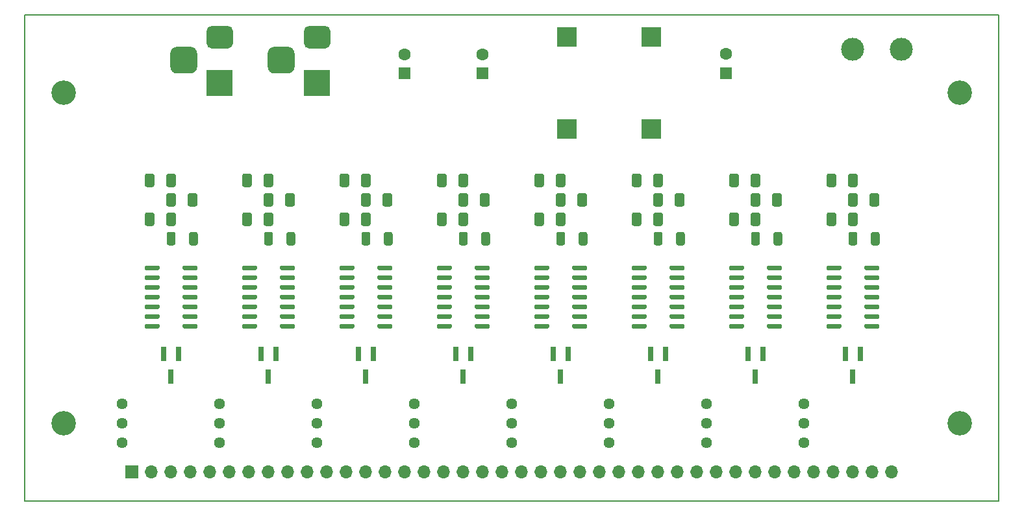
<source format=gbr>
G04 #@! TF.GenerationSoftware,KiCad,Pcbnew,5.1.8+dfsg1-1+b1*
G04 #@! TF.CreationDate,2021-07-07T16:36:25-05:00*
G04 #@! TF.ProjectId,potentiosynth,706f7465-6e74-4696-9f73-796e74682e6b,B*
G04 #@! TF.SameCoordinates,Original*
G04 #@! TF.FileFunction,Soldermask,Top*
G04 #@! TF.FilePolarity,Negative*
%FSLAX46Y46*%
G04 Gerber Fmt 4.6, Leading zero omitted, Abs format (unit mm)*
G04 Created by KiCad (PCBNEW 5.1.8+dfsg1-1+b1) date 2021-07-07 16:36:25*
%MOMM*%
%LPD*%
G01*
G04 APERTURE LIST*
G04 #@! TA.AperFunction,Profile*
%ADD10C,0.150000*%
G04 #@! TD*
%ADD11R,2.500000X2.500000*%
%ADD12C,1.440000*%
%ADD13R,0.800000X1.900000*%
%ADD14R,3.500000X3.500000*%
%ADD15C,3.200000*%
%ADD16O,1.700000X1.700000*%
%ADD17R,1.700000X1.700000*%
%ADD18C,3.000000*%
%ADD19C,1.600000*%
%ADD20R,1.600000X1.600000*%
G04 APERTURE END LIST*
D10*
X50800000Y-127000000D02*
X177800000Y-127000000D01*
X50800000Y-63500000D02*
X177800000Y-63500000D01*
X50800000Y-127000000D02*
X50800000Y-63500000D01*
X177800000Y-127000000D02*
X177800000Y-63500000D01*
G36*
G01*
X160250000Y-96670000D02*
X160250000Y-96370000D01*
G75*
G02*
X160400000Y-96220000I150000J0D01*
G01*
X162050000Y-96220000D01*
G75*
G02*
X162200000Y-96370000I0J-150000D01*
G01*
X162200000Y-96670000D01*
G75*
G02*
X162050000Y-96820000I-150000J0D01*
G01*
X160400000Y-96820000D01*
G75*
G02*
X160250000Y-96670000I0J150000D01*
G01*
G37*
G36*
G01*
X160250000Y-97940000D02*
X160250000Y-97640000D01*
G75*
G02*
X160400000Y-97490000I150000J0D01*
G01*
X162050000Y-97490000D01*
G75*
G02*
X162200000Y-97640000I0J-150000D01*
G01*
X162200000Y-97940000D01*
G75*
G02*
X162050000Y-98090000I-150000J0D01*
G01*
X160400000Y-98090000D01*
G75*
G02*
X160250000Y-97940000I0J150000D01*
G01*
G37*
G36*
G01*
X160250000Y-99210000D02*
X160250000Y-98910000D01*
G75*
G02*
X160400000Y-98760000I150000J0D01*
G01*
X162050000Y-98760000D01*
G75*
G02*
X162200000Y-98910000I0J-150000D01*
G01*
X162200000Y-99210000D01*
G75*
G02*
X162050000Y-99360000I-150000J0D01*
G01*
X160400000Y-99360000D01*
G75*
G02*
X160250000Y-99210000I0J150000D01*
G01*
G37*
G36*
G01*
X160250000Y-100480000D02*
X160250000Y-100180000D01*
G75*
G02*
X160400000Y-100030000I150000J0D01*
G01*
X162050000Y-100030000D01*
G75*
G02*
X162200000Y-100180000I0J-150000D01*
G01*
X162200000Y-100480000D01*
G75*
G02*
X162050000Y-100630000I-150000J0D01*
G01*
X160400000Y-100630000D01*
G75*
G02*
X160250000Y-100480000I0J150000D01*
G01*
G37*
G36*
G01*
X160250000Y-101750000D02*
X160250000Y-101450000D01*
G75*
G02*
X160400000Y-101300000I150000J0D01*
G01*
X162050000Y-101300000D01*
G75*
G02*
X162200000Y-101450000I0J-150000D01*
G01*
X162200000Y-101750000D01*
G75*
G02*
X162050000Y-101900000I-150000J0D01*
G01*
X160400000Y-101900000D01*
G75*
G02*
X160250000Y-101750000I0J150000D01*
G01*
G37*
G36*
G01*
X160250000Y-103020000D02*
X160250000Y-102720000D01*
G75*
G02*
X160400000Y-102570000I150000J0D01*
G01*
X162050000Y-102570000D01*
G75*
G02*
X162200000Y-102720000I0J-150000D01*
G01*
X162200000Y-103020000D01*
G75*
G02*
X162050000Y-103170000I-150000J0D01*
G01*
X160400000Y-103170000D01*
G75*
G02*
X160250000Y-103020000I0J150000D01*
G01*
G37*
G36*
G01*
X160250000Y-104290000D02*
X160250000Y-103990000D01*
G75*
G02*
X160400000Y-103840000I150000J0D01*
G01*
X162050000Y-103840000D01*
G75*
G02*
X162200000Y-103990000I0J-150000D01*
G01*
X162200000Y-104290000D01*
G75*
G02*
X162050000Y-104440000I-150000J0D01*
G01*
X160400000Y-104440000D01*
G75*
G02*
X160250000Y-104290000I0J150000D01*
G01*
G37*
G36*
G01*
X155300000Y-104290000D02*
X155300000Y-103990000D01*
G75*
G02*
X155450000Y-103840000I150000J0D01*
G01*
X157100000Y-103840000D01*
G75*
G02*
X157250000Y-103990000I0J-150000D01*
G01*
X157250000Y-104290000D01*
G75*
G02*
X157100000Y-104440000I-150000J0D01*
G01*
X155450000Y-104440000D01*
G75*
G02*
X155300000Y-104290000I0J150000D01*
G01*
G37*
G36*
G01*
X155300000Y-103020000D02*
X155300000Y-102720000D01*
G75*
G02*
X155450000Y-102570000I150000J0D01*
G01*
X157100000Y-102570000D01*
G75*
G02*
X157250000Y-102720000I0J-150000D01*
G01*
X157250000Y-103020000D01*
G75*
G02*
X157100000Y-103170000I-150000J0D01*
G01*
X155450000Y-103170000D01*
G75*
G02*
X155300000Y-103020000I0J150000D01*
G01*
G37*
G36*
G01*
X155300000Y-101750000D02*
X155300000Y-101450000D01*
G75*
G02*
X155450000Y-101300000I150000J0D01*
G01*
X157100000Y-101300000D01*
G75*
G02*
X157250000Y-101450000I0J-150000D01*
G01*
X157250000Y-101750000D01*
G75*
G02*
X157100000Y-101900000I-150000J0D01*
G01*
X155450000Y-101900000D01*
G75*
G02*
X155300000Y-101750000I0J150000D01*
G01*
G37*
G36*
G01*
X155300000Y-100480000D02*
X155300000Y-100180000D01*
G75*
G02*
X155450000Y-100030000I150000J0D01*
G01*
X157100000Y-100030000D01*
G75*
G02*
X157250000Y-100180000I0J-150000D01*
G01*
X157250000Y-100480000D01*
G75*
G02*
X157100000Y-100630000I-150000J0D01*
G01*
X155450000Y-100630000D01*
G75*
G02*
X155300000Y-100480000I0J150000D01*
G01*
G37*
G36*
G01*
X155300000Y-99210000D02*
X155300000Y-98910000D01*
G75*
G02*
X155450000Y-98760000I150000J0D01*
G01*
X157100000Y-98760000D01*
G75*
G02*
X157250000Y-98910000I0J-150000D01*
G01*
X157250000Y-99210000D01*
G75*
G02*
X157100000Y-99360000I-150000J0D01*
G01*
X155450000Y-99360000D01*
G75*
G02*
X155300000Y-99210000I0J150000D01*
G01*
G37*
G36*
G01*
X155300000Y-97940000D02*
X155300000Y-97640000D01*
G75*
G02*
X155450000Y-97490000I150000J0D01*
G01*
X157100000Y-97490000D01*
G75*
G02*
X157250000Y-97640000I0J-150000D01*
G01*
X157250000Y-97940000D01*
G75*
G02*
X157100000Y-98090000I-150000J0D01*
G01*
X155450000Y-98090000D01*
G75*
G02*
X155300000Y-97940000I0J150000D01*
G01*
G37*
G36*
G01*
X155300000Y-96670000D02*
X155300000Y-96370000D01*
G75*
G02*
X155450000Y-96220000I150000J0D01*
G01*
X157100000Y-96220000D01*
G75*
G02*
X157250000Y-96370000I0J-150000D01*
G01*
X157250000Y-96670000D01*
G75*
G02*
X157100000Y-96820000I-150000J0D01*
G01*
X155450000Y-96820000D01*
G75*
G02*
X155300000Y-96670000I0J150000D01*
G01*
G37*
G36*
G01*
X147550000Y-96670000D02*
X147550000Y-96370000D01*
G75*
G02*
X147700000Y-96220000I150000J0D01*
G01*
X149350000Y-96220000D01*
G75*
G02*
X149500000Y-96370000I0J-150000D01*
G01*
X149500000Y-96670000D01*
G75*
G02*
X149350000Y-96820000I-150000J0D01*
G01*
X147700000Y-96820000D01*
G75*
G02*
X147550000Y-96670000I0J150000D01*
G01*
G37*
G36*
G01*
X147550000Y-97940000D02*
X147550000Y-97640000D01*
G75*
G02*
X147700000Y-97490000I150000J0D01*
G01*
X149350000Y-97490000D01*
G75*
G02*
X149500000Y-97640000I0J-150000D01*
G01*
X149500000Y-97940000D01*
G75*
G02*
X149350000Y-98090000I-150000J0D01*
G01*
X147700000Y-98090000D01*
G75*
G02*
X147550000Y-97940000I0J150000D01*
G01*
G37*
G36*
G01*
X147550000Y-99210000D02*
X147550000Y-98910000D01*
G75*
G02*
X147700000Y-98760000I150000J0D01*
G01*
X149350000Y-98760000D01*
G75*
G02*
X149500000Y-98910000I0J-150000D01*
G01*
X149500000Y-99210000D01*
G75*
G02*
X149350000Y-99360000I-150000J0D01*
G01*
X147700000Y-99360000D01*
G75*
G02*
X147550000Y-99210000I0J150000D01*
G01*
G37*
G36*
G01*
X147550000Y-100480000D02*
X147550000Y-100180000D01*
G75*
G02*
X147700000Y-100030000I150000J0D01*
G01*
X149350000Y-100030000D01*
G75*
G02*
X149500000Y-100180000I0J-150000D01*
G01*
X149500000Y-100480000D01*
G75*
G02*
X149350000Y-100630000I-150000J0D01*
G01*
X147700000Y-100630000D01*
G75*
G02*
X147550000Y-100480000I0J150000D01*
G01*
G37*
G36*
G01*
X147550000Y-101750000D02*
X147550000Y-101450000D01*
G75*
G02*
X147700000Y-101300000I150000J0D01*
G01*
X149350000Y-101300000D01*
G75*
G02*
X149500000Y-101450000I0J-150000D01*
G01*
X149500000Y-101750000D01*
G75*
G02*
X149350000Y-101900000I-150000J0D01*
G01*
X147700000Y-101900000D01*
G75*
G02*
X147550000Y-101750000I0J150000D01*
G01*
G37*
G36*
G01*
X147550000Y-103020000D02*
X147550000Y-102720000D01*
G75*
G02*
X147700000Y-102570000I150000J0D01*
G01*
X149350000Y-102570000D01*
G75*
G02*
X149500000Y-102720000I0J-150000D01*
G01*
X149500000Y-103020000D01*
G75*
G02*
X149350000Y-103170000I-150000J0D01*
G01*
X147700000Y-103170000D01*
G75*
G02*
X147550000Y-103020000I0J150000D01*
G01*
G37*
G36*
G01*
X147550000Y-104290000D02*
X147550000Y-103990000D01*
G75*
G02*
X147700000Y-103840000I150000J0D01*
G01*
X149350000Y-103840000D01*
G75*
G02*
X149500000Y-103990000I0J-150000D01*
G01*
X149500000Y-104290000D01*
G75*
G02*
X149350000Y-104440000I-150000J0D01*
G01*
X147700000Y-104440000D01*
G75*
G02*
X147550000Y-104290000I0J150000D01*
G01*
G37*
G36*
G01*
X142600000Y-104290000D02*
X142600000Y-103990000D01*
G75*
G02*
X142750000Y-103840000I150000J0D01*
G01*
X144400000Y-103840000D01*
G75*
G02*
X144550000Y-103990000I0J-150000D01*
G01*
X144550000Y-104290000D01*
G75*
G02*
X144400000Y-104440000I-150000J0D01*
G01*
X142750000Y-104440000D01*
G75*
G02*
X142600000Y-104290000I0J150000D01*
G01*
G37*
G36*
G01*
X142600000Y-103020000D02*
X142600000Y-102720000D01*
G75*
G02*
X142750000Y-102570000I150000J0D01*
G01*
X144400000Y-102570000D01*
G75*
G02*
X144550000Y-102720000I0J-150000D01*
G01*
X144550000Y-103020000D01*
G75*
G02*
X144400000Y-103170000I-150000J0D01*
G01*
X142750000Y-103170000D01*
G75*
G02*
X142600000Y-103020000I0J150000D01*
G01*
G37*
G36*
G01*
X142600000Y-101750000D02*
X142600000Y-101450000D01*
G75*
G02*
X142750000Y-101300000I150000J0D01*
G01*
X144400000Y-101300000D01*
G75*
G02*
X144550000Y-101450000I0J-150000D01*
G01*
X144550000Y-101750000D01*
G75*
G02*
X144400000Y-101900000I-150000J0D01*
G01*
X142750000Y-101900000D01*
G75*
G02*
X142600000Y-101750000I0J150000D01*
G01*
G37*
G36*
G01*
X142600000Y-100480000D02*
X142600000Y-100180000D01*
G75*
G02*
X142750000Y-100030000I150000J0D01*
G01*
X144400000Y-100030000D01*
G75*
G02*
X144550000Y-100180000I0J-150000D01*
G01*
X144550000Y-100480000D01*
G75*
G02*
X144400000Y-100630000I-150000J0D01*
G01*
X142750000Y-100630000D01*
G75*
G02*
X142600000Y-100480000I0J150000D01*
G01*
G37*
G36*
G01*
X142600000Y-99210000D02*
X142600000Y-98910000D01*
G75*
G02*
X142750000Y-98760000I150000J0D01*
G01*
X144400000Y-98760000D01*
G75*
G02*
X144550000Y-98910000I0J-150000D01*
G01*
X144550000Y-99210000D01*
G75*
G02*
X144400000Y-99360000I-150000J0D01*
G01*
X142750000Y-99360000D01*
G75*
G02*
X142600000Y-99210000I0J150000D01*
G01*
G37*
G36*
G01*
X142600000Y-97940000D02*
X142600000Y-97640000D01*
G75*
G02*
X142750000Y-97490000I150000J0D01*
G01*
X144400000Y-97490000D01*
G75*
G02*
X144550000Y-97640000I0J-150000D01*
G01*
X144550000Y-97940000D01*
G75*
G02*
X144400000Y-98090000I-150000J0D01*
G01*
X142750000Y-98090000D01*
G75*
G02*
X142600000Y-97940000I0J150000D01*
G01*
G37*
G36*
G01*
X142600000Y-96670000D02*
X142600000Y-96370000D01*
G75*
G02*
X142750000Y-96220000I150000J0D01*
G01*
X144400000Y-96220000D01*
G75*
G02*
X144550000Y-96370000I0J-150000D01*
G01*
X144550000Y-96670000D01*
G75*
G02*
X144400000Y-96820000I-150000J0D01*
G01*
X142750000Y-96820000D01*
G75*
G02*
X142600000Y-96670000I0J150000D01*
G01*
G37*
G36*
G01*
X134850000Y-96670000D02*
X134850000Y-96370000D01*
G75*
G02*
X135000000Y-96220000I150000J0D01*
G01*
X136650000Y-96220000D01*
G75*
G02*
X136800000Y-96370000I0J-150000D01*
G01*
X136800000Y-96670000D01*
G75*
G02*
X136650000Y-96820000I-150000J0D01*
G01*
X135000000Y-96820000D01*
G75*
G02*
X134850000Y-96670000I0J150000D01*
G01*
G37*
G36*
G01*
X134850000Y-97940000D02*
X134850000Y-97640000D01*
G75*
G02*
X135000000Y-97490000I150000J0D01*
G01*
X136650000Y-97490000D01*
G75*
G02*
X136800000Y-97640000I0J-150000D01*
G01*
X136800000Y-97940000D01*
G75*
G02*
X136650000Y-98090000I-150000J0D01*
G01*
X135000000Y-98090000D01*
G75*
G02*
X134850000Y-97940000I0J150000D01*
G01*
G37*
G36*
G01*
X134850000Y-99210000D02*
X134850000Y-98910000D01*
G75*
G02*
X135000000Y-98760000I150000J0D01*
G01*
X136650000Y-98760000D01*
G75*
G02*
X136800000Y-98910000I0J-150000D01*
G01*
X136800000Y-99210000D01*
G75*
G02*
X136650000Y-99360000I-150000J0D01*
G01*
X135000000Y-99360000D01*
G75*
G02*
X134850000Y-99210000I0J150000D01*
G01*
G37*
G36*
G01*
X134850000Y-100480000D02*
X134850000Y-100180000D01*
G75*
G02*
X135000000Y-100030000I150000J0D01*
G01*
X136650000Y-100030000D01*
G75*
G02*
X136800000Y-100180000I0J-150000D01*
G01*
X136800000Y-100480000D01*
G75*
G02*
X136650000Y-100630000I-150000J0D01*
G01*
X135000000Y-100630000D01*
G75*
G02*
X134850000Y-100480000I0J150000D01*
G01*
G37*
G36*
G01*
X134850000Y-101750000D02*
X134850000Y-101450000D01*
G75*
G02*
X135000000Y-101300000I150000J0D01*
G01*
X136650000Y-101300000D01*
G75*
G02*
X136800000Y-101450000I0J-150000D01*
G01*
X136800000Y-101750000D01*
G75*
G02*
X136650000Y-101900000I-150000J0D01*
G01*
X135000000Y-101900000D01*
G75*
G02*
X134850000Y-101750000I0J150000D01*
G01*
G37*
G36*
G01*
X134850000Y-103020000D02*
X134850000Y-102720000D01*
G75*
G02*
X135000000Y-102570000I150000J0D01*
G01*
X136650000Y-102570000D01*
G75*
G02*
X136800000Y-102720000I0J-150000D01*
G01*
X136800000Y-103020000D01*
G75*
G02*
X136650000Y-103170000I-150000J0D01*
G01*
X135000000Y-103170000D01*
G75*
G02*
X134850000Y-103020000I0J150000D01*
G01*
G37*
G36*
G01*
X134850000Y-104290000D02*
X134850000Y-103990000D01*
G75*
G02*
X135000000Y-103840000I150000J0D01*
G01*
X136650000Y-103840000D01*
G75*
G02*
X136800000Y-103990000I0J-150000D01*
G01*
X136800000Y-104290000D01*
G75*
G02*
X136650000Y-104440000I-150000J0D01*
G01*
X135000000Y-104440000D01*
G75*
G02*
X134850000Y-104290000I0J150000D01*
G01*
G37*
G36*
G01*
X129900000Y-104290000D02*
X129900000Y-103990000D01*
G75*
G02*
X130050000Y-103840000I150000J0D01*
G01*
X131700000Y-103840000D01*
G75*
G02*
X131850000Y-103990000I0J-150000D01*
G01*
X131850000Y-104290000D01*
G75*
G02*
X131700000Y-104440000I-150000J0D01*
G01*
X130050000Y-104440000D01*
G75*
G02*
X129900000Y-104290000I0J150000D01*
G01*
G37*
G36*
G01*
X129900000Y-103020000D02*
X129900000Y-102720000D01*
G75*
G02*
X130050000Y-102570000I150000J0D01*
G01*
X131700000Y-102570000D01*
G75*
G02*
X131850000Y-102720000I0J-150000D01*
G01*
X131850000Y-103020000D01*
G75*
G02*
X131700000Y-103170000I-150000J0D01*
G01*
X130050000Y-103170000D01*
G75*
G02*
X129900000Y-103020000I0J150000D01*
G01*
G37*
G36*
G01*
X129900000Y-101750000D02*
X129900000Y-101450000D01*
G75*
G02*
X130050000Y-101300000I150000J0D01*
G01*
X131700000Y-101300000D01*
G75*
G02*
X131850000Y-101450000I0J-150000D01*
G01*
X131850000Y-101750000D01*
G75*
G02*
X131700000Y-101900000I-150000J0D01*
G01*
X130050000Y-101900000D01*
G75*
G02*
X129900000Y-101750000I0J150000D01*
G01*
G37*
G36*
G01*
X129900000Y-100480000D02*
X129900000Y-100180000D01*
G75*
G02*
X130050000Y-100030000I150000J0D01*
G01*
X131700000Y-100030000D01*
G75*
G02*
X131850000Y-100180000I0J-150000D01*
G01*
X131850000Y-100480000D01*
G75*
G02*
X131700000Y-100630000I-150000J0D01*
G01*
X130050000Y-100630000D01*
G75*
G02*
X129900000Y-100480000I0J150000D01*
G01*
G37*
G36*
G01*
X129900000Y-99210000D02*
X129900000Y-98910000D01*
G75*
G02*
X130050000Y-98760000I150000J0D01*
G01*
X131700000Y-98760000D01*
G75*
G02*
X131850000Y-98910000I0J-150000D01*
G01*
X131850000Y-99210000D01*
G75*
G02*
X131700000Y-99360000I-150000J0D01*
G01*
X130050000Y-99360000D01*
G75*
G02*
X129900000Y-99210000I0J150000D01*
G01*
G37*
G36*
G01*
X129900000Y-97940000D02*
X129900000Y-97640000D01*
G75*
G02*
X130050000Y-97490000I150000J0D01*
G01*
X131700000Y-97490000D01*
G75*
G02*
X131850000Y-97640000I0J-150000D01*
G01*
X131850000Y-97940000D01*
G75*
G02*
X131700000Y-98090000I-150000J0D01*
G01*
X130050000Y-98090000D01*
G75*
G02*
X129900000Y-97940000I0J150000D01*
G01*
G37*
G36*
G01*
X129900000Y-96670000D02*
X129900000Y-96370000D01*
G75*
G02*
X130050000Y-96220000I150000J0D01*
G01*
X131700000Y-96220000D01*
G75*
G02*
X131850000Y-96370000I0J-150000D01*
G01*
X131850000Y-96670000D01*
G75*
G02*
X131700000Y-96820000I-150000J0D01*
G01*
X130050000Y-96820000D01*
G75*
G02*
X129900000Y-96670000I0J150000D01*
G01*
G37*
G36*
G01*
X122150000Y-96670000D02*
X122150000Y-96370000D01*
G75*
G02*
X122300000Y-96220000I150000J0D01*
G01*
X123950000Y-96220000D01*
G75*
G02*
X124100000Y-96370000I0J-150000D01*
G01*
X124100000Y-96670000D01*
G75*
G02*
X123950000Y-96820000I-150000J0D01*
G01*
X122300000Y-96820000D01*
G75*
G02*
X122150000Y-96670000I0J150000D01*
G01*
G37*
G36*
G01*
X122150000Y-97940000D02*
X122150000Y-97640000D01*
G75*
G02*
X122300000Y-97490000I150000J0D01*
G01*
X123950000Y-97490000D01*
G75*
G02*
X124100000Y-97640000I0J-150000D01*
G01*
X124100000Y-97940000D01*
G75*
G02*
X123950000Y-98090000I-150000J0D01*
G01*
X122300000Y-98090000D01*
G75*
G02*
X122150000Y-97940000I0J150000D01*
G01*
G37*
G36*
G01*
X122150000Y-99210000D02*
X122150000Y-98910000D01*
G75*
G02*
X122300000Y-98760000I150000J0D01*
G01*
X123950000Y-98760000D01*
G75*
G02*
X124100000Y-98910000I0J-150000D01*
G01*
X124100000Y-99210000D01*
G75*
G02*
X123950000Y-99360000I-150000J0D01*
G01*
X122300000Y-99360000D01*
G75*
G02*
X122150000Y-99210000I0J150000D01*
G01*
G37*
G36*
G01*
X122150000Y-100480000D02*
X122150000Y-100180000D01*
G75*
G02*
X122300000Y-100030000I150000J0D01*
G01*
X123950000Y-100030000D01*
G75*
G02*
X124100000Y-100180000I0J-150000D01*
G01*
X124100000Y-100480000D01*
G75*
G02*
X123950000Y-100630000I-150000J0D01*
G01*
X122300000Y-100630000D01*
G75*
G02*
X122150000Y-100480000I0J150000D01*
G01*
G37*
G36*
G01*
X122150000Y-101750000D02*
X122150000Y-101450000D01*
G75*
G02*
X122300000Y-101300000I150000J0D01*
G01*
X123950000Y-101300000D01*
G75*
G02*
X124100000Y-101450000I0J-150000D01*
G01*
X124100000Y-101750000D01*
G75*
G02*
X123950000Y-101900000I-150000J0D01*
G01*
X122300000Y-101900000D01*
G75*
G02*
X122150000Y-101750000I0J150000D01*
G01*
G37*
G36*
G01*
X122150000Y-103020000D02*
X122150000Y-102720000D01*
G75*
G02*
X122300000Y-102570000I150000J0D01*
G01*
X123950000Y-102570000D01*
G75*
G02*
X124100000Y-102720000I0J-150000D01*
G01*
X124100000Y-103020000D01*
G75*
G02*
X123950000Y-103170000I-150000J0D01*
G01*
X122300000Y-103170000D01*
G75*
G02*
X122150000Y-103020000I0J150000D01*
G01*
G37*
G36*
G01*
X122150000Y-104290000D02*
X122150000Y-103990000D01*
G75*
G02*
X122300000Y-103840000I150000J0D01*
G01*
X123950000Y-103840000D01*
G75*
G02*
X124100000Y-103990000I0J-150000D01*
G01*
X124100000Y-104290000D01*
G75*
G02*
X123950000Y-104440000I-150000J0D01*
G01*
X122300000Y-104440000D01*
G75*
G02*
X122150000Y-104290000I0J150000D01*
G01*
G37*
G36*
G01*
X117200000Y-104290000D02*
X117200000Y-103990000D01*
G75*
G02*
X117350000Y-103840000I150000J0D01*
G01*
X119000000Y-103840000D01*
G75*
G02*
X119150000Y-103990000I0J-150000D01*
G01*
X119150000Y-104290000D01*
G75*
G02*
X119000000Y-104440000I-150000J0D01*
G01*
X117350000Y-104440000D01*
G75*
G02*
X117200000Y-104290000I0J150000D01*
G01*
G37*
G36*
G01*
X117200000Y-103020000D02*
X117200000Y-102720000D01*
G75*
G02*
X117350000Y-102570000I150000J0D01*
G01*
X119000000Y-102570000D01*
G75*
G02*
X119150000Y-102720000I0J-150000D01*
G01*
X119150000Y-103020000D01*
G75*
G02*
X119000000Y-103170000I-150000J0D01*
G01*
X117350000Y-103170000D01*
G75*
G02*
X117200000Y-103020000I0J150000D01*
G01*
G37*
G36*
G01*
X117200000Y-101750000D02*
X117200000Y-101450000D01*
G75*
G02*
X117350000Y-101300000I150000J0D01*
G01*
X119000000Y-101300000D01*
G75*
G02*
X119150000Y-101450000I0J-150000D01*
G01*
X119150000Y-101750000D01*
G75*
G02*
X119000000Y-101900000I-150000J0D01*
G01*
X117350000Y-101900000D01*
G75*
G02*
X117200000Y-101750000I0J150000D01*
G01*
G37*
G36*
G01*
X117200000Y-100480000D02*
X117200000Y-100180000D01*
G75*
G02*
X117350000Y-100030000I150000J0D01*
G01*
X119000000Y-100030000D01*
G75*
G02*
X119150000Y-100180000I0J-150000D01*
G01*
X119150000Y-100480000D01*
G75*
G02*
X119000000Y-100630000I-150000J0D01*
G01*
X117350000Y-100630000D01*
G75*
G02*
X117200000Y-100480000I0J150000D01*
G01*
G37*
G36*
G01*
X117200000Y-99210000D02*
X117200000Y-98910000D01*
G75*
G02*
X117350000Y-98760000I150000J0D01*
G01*
X119000000Y-98760000D01*
G75*
G02*
X119150000Y-98910000I0J-150000D01*
G01*
X119150000Y-99210000D01*
G75*
G02*
X119000000Y-99360000I-150000J0D01*
G01*
X117350000Y-99360000D01*
G75*
G02*
X117200000Y-99210000I0J150000D01*
G01*
G37*
G36*
G01*
X117200000Y-97940000D02*
X117200000Y-97640000D01*
G75*
G02*
X117350000Y-97490000I150000J0D01*
G01*
X119000000Y-97490000D01*
G75*
G02*
X119150000Y-97640000I0J-150000D01*
G01*
X119150000Y-97940000D01*
G75*
G02*
X119000000Y-98090000I-150000J0D01*
G01*
X117350000Y-98090000D01*
G75*
G02*
X117200000Y-97940000I0J150000D01*
G01*
G37*
G36*
G01*
X117200000Y-96670000D02*
X117200000Y-96370000D01*
G75*
G02*
X117350000Y-96220000I150000J0D01*
G01*
X119000000Y-96220000D01*
G75*
G02*
X119150000Y-96370000I0J-150000D01*
G01*
X119150000Y-96670000D01*
G75*
G02*
X119000000Y-96820000I-150000J0D01*
G01*
X117350000Y-96820000D01*
G75*
G02*
X117200000Y-96670000I0J150000D01*
G01*
G37*
G36*
G01*
X109450000Y-96670000D02*
X109450000Y-96370000D01*
G75*
G02*
X109600000Y-96220000I150000J0D01*
G01*
X111250000Y-96220000D01*
G75*
G02*
X111400000Y-96370000I0J-150000D01*
G01*
X111400000Y-96670000D01*
G75*
G02*
X111250000Y-96820000I-150000J0D01*
G01*
X109600000Y-96820000D01*
G75*
G02*
X109450000Y-96670000I0J150000D01*
G01*
G37*
G36*
G01*
X109450000Y-97940000D02*
X109450000Y-97640000D01*
G75*
G02*
X109600000Y-97490000I150000J0D01*
G01*
X111250000Y-97490000D01*
G75*
G02*
X111400000Y-97640000I0J-150000D01*
G01*
X111400000Y-97940000D01*
G75*
G02*
X111250000Y-98090000I-150000J0D01*
G01*
X109600000Y-98090000D01*
G75*
G02*
X109450000Y-97940000I0J150000D01*
G01*
G37*
G36*
G01*
X109450000Y-99210000D02*
X109450000Y-98910000D01*
G75*
G02*
X109600000Y-98760000I150000J0D01*
G01*
X111250000Y-98760000D01*
G75*
G02*
X111400000Y-98910000I0J-150000D01*
G01*
X111400000Y-99210000D01*
G75*
G02*
X111250000Y-99360000I-150000J0D01*
G01*
X109600000Y-99360000D01*
G75*
G02*
X109450000Y-99210000I0J150000D01*
G01*
G37*
G36*
G01*
X109450000Y-100480000D02*
X109450000Y-100180000D01*
G75*
G02*
X109600000Y-100030000I150000J0D01*
G01*
X111250000Y-100030000D01*
G75*
G02*
X111400000Y-100180000I0J-150000D01*
G01*
X111400000Y-100480000D01*
G75*
G02*
X111250000Y-100630000I-150000J0D01*
G01*
X109600000Y-100630000D01*
G75*
G02*
X109450000Y-100480000I0J150000D01*
G01*
G37*
G36*
G01*
X109450000Y-101750000D02*
X109450000Y-101450000D01*
G75*
G02*
X109600000Y-101300000I150000J0D01*
G01*
X111250000Y-101300000D01*
G75*
G02*
X111400000Y-101450000I0J-150000D01*
G01*
X111400000Y-101750000D01*
G75*
G02*
X111250000Y-101900000I-150000J0D01*
G01*
X109600000Y-101900000D01*
G75*
G02*
X109450000Y-101750000I0J150000D01*
G01*
G37*
G36*
G01*
X109450000Y-103020000D02*
X109450000Y-102720000D01*
G75*
G02*
X109600000Y-102570000I150000J0D01*
G01*
X111250000Y-102570000D01*
G75*
G02*
X111400000Y-102720000I0J-150000D01*
G01*
X111400000Y-103020000D01*
G75*
G02*
X111250000Y-103170000I-150000J0D01*
G01*
X109600000Y-103170000D01*
G75*
G02*
X109450000Y-103020000I0J150000D01*
G01*
G37*
G36*
G01*
X109450000Y-104290000D02*
X109450000Y-103990000D01*
G75*
G02*
X109600000Y-103840000I150000J0D01*
G01*
X111250000Y-103840000D01*
G75*
G02*
X111400000Y-103990000I0J-150000D01*
G01*
X111400000Y-104290000D01*
G75*
G02*
X111250000Y-104440000I-150000J0D01*
G01*
X109600000Y-104440000D01*
G75*
G02*
X109450000Y-104290000I0J150000D01*
G01*
G37*
G36*
G01*
X104500000Y-104290000D02*
X104500000Y-103990000D01*
G75*
G02*
X104650000Y-103840000I150000J0D01*
G01*
X106300000Y-103840000D01*
G75*
G02*
X106450000Y-103990000I0J-150000D01*
G01*
X106450000Y-104290000D01*
G75*
G02*
X106300000Y-104440000I-150000J0D01*
G01*
X104650000Y-104440000D01*
G75*
G02*
X104500000Y-104290000I0J150000D01*
G01*
G37*
G36*
G01*
X104500000Y-103020000D02*
X104500000Y-102720000D01*
G75*
G02*
X104650000Y-102570000I150000J0D01*
G01*
X106300000Y-102570000D01*
G75*
G02*
X106450000Y-102720000I0J-150000D01*
G01*
X106450000Y-103020000D01*
G75*
G02*
X106300000Y-103170000I-150000J0D01*
G01*
X104650000Y-103170000D01*
G75*
G02*
X104500000Y-103020000I0J150000D01*
G01*
G37*
G36*
G01*
X104500000Y-101750000D02*
X104500000Y-101450000D01*
G75*
G02*
X104650000Y-101300000I150000J0D01*
G01*
X106300000Y-101300000D01*
G75*
G02*
X106450000Y-101450000I0J-150000D01*
G01*
X106450000Y-101750000D01*
G75*
G02*
X106300000Y-101900000I-150000J0D01*
G01*
X104650000Y-101900000D01*
G75*
G02*
X104500000Y-101750000I0J150000D01*
G01*
G37*
G36*
G01*
X104500000Y-100480000D02*
X104500000Y-100180000D01*
G75*
G02*
X104650000Y-100030000I150000J0D01*
G01*
X106300000Y-100030000D01*
G75*
G02*
X106450000Y-100180000I0J-150000D01*
G01*
X106450000Y-100480000D01*
G75*
G02*
X106300000Y-100630000I-150000J0D01*
G01*
X104650000Y-100630000D01*
G75*
G02*
X104500000Y-100480000I0J150000D01*
G01*
G37*
G36*
G01*
X104500000Y-99210000D02*
X104500000Y-98910000D01*
G75*
G02*
X104650000Y-98760000I150000J0D01*
G01*
X106300000Y-98760000D01*
G75*
G02*
X106450000Y-98910000I0J-150000D01*
G01*
X106450000Y-99210000D01*
G75*
G02*
X106300000Y-99360000I-150000J0D01*
G01*
X104650000Y-99360000D01*
G75*
G02*
X104500000Y-99210000I0J150000D01*
G01*
G37*
G36*
G01*
X104500000Y-97940000D02*
X104500000Y-97640000D01*
G75*
G02*
X104650000Y-97490000I150000J0D01*
G01*
X106300000Y-97490000D01*
G75*
G02*
X106450000Y-97640000I0J-150000D01*
G01*
X106450000Y-97940000D01*
G75*
G02*
X106300000Y-98090000I-150000J0D01*
G01*
X104650000Y-98090000D01*
G75*
G02*
X104500000Y-97940000I0J150000D01*
G01*
G37*
G36*
G01*
X104500000Y-96670000D02*
X104500000Y-96370000D01*
G75*
G02*
X104650000Y-96220000I150000J0D01*
G01*
X106300000Y-96220000D01*
G75*
G02*
X106450000Y-96370000I0J-150000D01*
G01*
X106450000Y-96670000D01*
G75*
G02*
X106300000Y-96820000I-150000J0D01*
G01*
X104650000Y-96820000D01*
G75*
G02*
X104500000Y-96670000I0J150000D01*
G01*
G37*
G36*
G01*
X96750000Y-96670000D02*
X96750000Y-96370000D01*
G75*
G02*
X96900000Y-96220000I150000J0D01*
G01*
X98550000Y-96220000D01*
G75*
G02*
X98700000Y-96370000I0J-150000D01*
G01*
X98700000Y-96670000D01*
G75*
G02*
X98550000Y-96820000I-150000J0D01*
G01*
X96900000Y-96820000D01*
G75*
G02*
X96750000Y-96670000I0J150000D01*
G01*
G37*
G36*
G01*
X96750000Y-97940000D02*
X96750000Y-97640000D01*
G75*
G02*
X96900000Y-97490000I150000J0D01*
G01*
X98550000Y-97490000D01*
G75*
G02*
X98700000Y-97640000I0J-150000D01*
G01*
X98700000Y-97940000D01*
G75*
G02*
X98550000Y-98090000I-150000J0D01*
G01*
X96900000Y-98090000D01*
G75*
G02*
X96750000Y-97940000I0J150000D01*
G01*
G37*
G36*
G01*
X96750000Y-99210000D02*
X96750000Y-98910000D01*
G75*
G02*
X96900000Y-98760000I150000J0D01*
G01*
X98550000Y-98760000D01*
G75*
G02*
X98700000Y-98910000I0J-150000D01*
G01*
X98700000Y-99210000D01*
G75*
G02*
X98550000Y-99360000I-150000J0D01*
G01*
X96900000Y-99360000D01*
G75*
G02*
X96750000Y-99210000I0J150000D01*
G01*
G37*
G36*
G01*
X96750000Y-100480000D02*
X96750000Y-100180000D01*
G75*
G02*
X96900000Y-100030000I150000J0D01*
G01*
X98550000Y-100030000D01*
G75*
G02*
X98700000Y-100180000I0J-150000D01*
G01*
X98700000Y-100480000D01*
G75*
G02*
X98550000Y-100630000I-150000J0D01*
G01*
X96900000Y-100630000D01*
G75*
G02*
X96750000Y-100480000I0J150000D01*
G01*
G37*
G36*
G01*
X96750000Y-101750000D02*
X96750000Y-101450000D01*
G75*
G02*
X96900000Y-101300000I150000J0D01*
G01*
X98550000Y-101300000D01*
G75*
G02*
X98700000Y-101450000I0J-150000D01*
G01*
X98700000Y-101750000D01*
G75*
G02*
X98550000Y-101900000I-150000J0D01*
G01*
X96900000Y-101900000D01*
G75*
G02*
X96750000Y-101750000I0J150000D01*
G01*
G37*
G36*
G01*
X96750000Y-103020000D02*
X96750000Y-102720000D01*
G75*
G02*
X96900000Y-102570000I150000J0D01*
G01*
X98550000Y-102570000D01*
G75*
G02*
X98700000Y-102720000I0J-150000D01*
G01*
X98700000Y-103020000D01*
G75*
G02*
X98550000Y-103170000I-150000J0D01*
G01*
X96900000Y-103170000D01*
G75*
G02*
X96750000Y-103020000I0J150000D01*
G01*
G37*
G36*
G01*
X96750000Y-104290000D02*
X96750000Y-103990000D01*
G75*
G02*
X96900000Y-103840000I150000J0D01*
G01*
X98550000Y-103840000D01*
G75*
G02*
X98700000Y-103990000I0J-150000D01*
G01*
X98700000Y-104290000D01*
G75*
G02*
X98550000Y-104440000I-150000J0D01*
G01*
X96900000Y-104440000D01*
G75*
G02*
X96750000Y-104290000I0J150000D01*
G01*
G37*
G36*
G01*
X91800000Y-104290000D02*
X91800000Y-103990000D01*
G75*
G02*
X91950000Y-103840000I150000J0D01*
G01*
X93600000Y-103840000D01*
G75*
G02*
X93750000Y-103990000I0J-150000D01*
G01*
X93750000Y-104290000D01*
G75*
G02*
X93600000Y-104440000I-150000J0D01*
G01*
X91950000Y-104440000D01*
G75*
G02*
X91800000Y-104290000I0J150000D01*
G01*
G37*
G36*
G01*
X91800000Y-103020000D02*
X91800000Y-102720000D01*
G75*
G02*
X91950000Y-102570000I150000J0D01*
G01*
X93600000Y-102570000D01*
G75*
G02*
X93750000Y-102720000I0J-150000D01*
G01*
X93750000Y-103020000D01*
G75*
G02*
X93600000Y-103170000I-150000J0D01*
G01*
X91950000Y-103170000D01*
G75*
G02*
X91800000Y-103020000I0J150000D01*
G01*
G37*
G36*
G01*
X91800000Y-101750000D02*
X91800000Y-101450000D01*
G75*
G02*
X91950000Y-101300000I150000J0D01*
G01*
X93600000Y-101300000D01*
G75*
G02*
X93750000Y-101450000I0J-150000D01*
G01*
X93750000Y-101750000D01*
G75*
G02*
X93600000Y-101900000I-150000J0D01*
G01*
X91950000Y-101900000D01*
G75*
G02*
X91800000Y-101750000I0J150000D01*
G01*
G37*
G36*
G01*
X91800000Y-100480000D02*
X91800000Y-100180000D01*
G75*
G02*
X91950000Y-100030000I150000J0D01*
G01*
X93600000Y-100030000D01*
G75*
G02*
X93750000Y-100180000I0J-150000D01*
G01*
X93750000Y-100480000D01*
G75*
G02*
X93600000Y-100630000I-150000J0D01*
G01*
X91950000Y-100630000D01*
G75*
G02*
X91800000Y-100480000I0J150000D01*
G01*
G37*
G36*
G01*
X91800000Y-99210000D02*
X91800000Y-98910000D01*
G75*
G02*
X91950000Y-98760000I150000J0D01*
G01*
X93600000Y-98760000D01*
G75*
G02*
X93750000Y-98910000I0J-150000D01*
G01*
X93750000Y-99210000D01*
G75*
G02*
X93600000Y-99360000I-150000J0D01*
G01*
X91950000Y-99360000D01*
G75*
G02*
X91800000Y-99210000I0J150000D01*
G01*
G37*
G36*
G01*
X91800000Y-97940000D02*
X91800000Y-97640000D01*
G75*
G02*
X91950000Y-97490000I150000J0D01*
G01*
X93600000Y-97490000D01*
G75*
G02*
X93750000Y-97640000I0J-150000D01*
G01*
X93750000Y-97940000D01*
G75*
G02*
X93600000Y-98090000I-150000J0D01*
G01*
X91950000Y-98090000D01*
G75*
G02*
X91800000Y-97940000I0J150000D01*
G01*
G37*
G36*
G01*
X91800000Y-96670000D02*
X91800000Y-96370000D01*
G75*
G02*
X91950000Y-96220000I150000J0D01*
G01*
X93600000Y-96220000D01*
G75*
G02*
X93750000Y-96370000I0J-150000D01*
G01*
X93750000Y-96670000D01*
G75*
G02*
X93600000Y-96820000I-150000J0D01*
G01*
X91950000Y-96820000D01*
G75*
G02*
X91800000Y-96670000I0J150000D01*
G01*
G37*
G36*
G01*
X84050000Y-96670000D02*
X84050000Y-96370000D01*
G75*
G02*
X84200000Y-96220000I150000J0D01*
G01*
X85850000Y-96220000D01*
G75*
G02*
X86000000Y-96370000I0J-150000D01*
G01*
X86000000Y-96670000D01*
G75*
G02*
X85850000Y-96820000I-150000J0D01*
G01*
X84200000Y-96820000D01*
G75*
G02*
X84050000Y-96670000I0J150000D01*
G01*
G37*
G36*
G01*
X84050000Y-97940000D02*
X84050000Y-97640000D01*
G75*
G02*
X84200000Y-97490000I150000J0D01*
G01*
X85850000Y-97490000D01*
G75*
G02*
X86000000Y-97640000I0J-150000D01*
G01*
X86000000Y-97940000D01*
G75*
G02*
X85850000Y-98090000I-150000J0D01*
G01*
X84200000Y-98090000D01*
G75*
G02*
X84050000Y-97940000I0J150000D01*
G01*
G37*
G36*
G01*
X84050000Y-99210000D02*
X84050000Y-98910000D01*
G75*
G02*
X84200000Y-98760000I150000J0D01*
G01*
X85850000Y-98760000D01*
G75*
G02*
X86000000Y-98910000I0J-150000D01*
G01*
X86000000Y-99210000D01*
G75*
G02*
X85850000Y-99360000I-150000J0D01*
G01*
X84200000Y-99360000D01*
G75*
G02*
X84050000Y-99210000I0J150000D01*
G01*
G37*
G36*
G01*
X84050000Y-100480000D02*
X84050000Y-100180000D01*
G75*
G02*
X84200000Y-100030000I150000J0D01*
G01*
X85850000Y-100030000D01*
G75*
G02*
X86000000Y-100180000I0J-150000D01*
G01*
X86000000Y-100480000D01*
G75*
G02*
X85850000Y-100630000I-150000J0D01*
G01*
X84200000Y-100630000D01*
G75*
G02*
X84050000Y-100480000I0J150000D01*
G01*
G37*
G36*
G01*
X84050000Y-101750000D02*
X84050000Y-101450000D01*
G75*
G02*
X84200000Y-101300000I150000J0D01*
G01*
X85850000Y-101300000D01*
G75*
G02*
X86000000Y-101450000I0J-150000D01*
G01*
X86000000Y-101750000D01*
G75*
G02*
X85850000Y-101900000I-150000J0D01*
G01*
X84200000Y-101900000D01*
G75*
G02*
X84050000Y-101750000I0J150000D01*
G01*
G37*
G36*
G01*
X84050000Y-103020000D02*
X84050000Y-102720000D01*
G75*
G02*
X84200000Y-102570000I150000J0D01*
G01*
X85850000Y-102570000D01*
G75*
G02*
X86000000Y-102720000I0J-150000D01*
G01*
X86000000Y-103020000D01*
G75*
G02*
X85850000Y-103170000I-150000J0D01*
G01*
X84200000Y-103170000D01*
G75*
G02*
X84050000Y-103020000I0J150000D01*
G01*
G37*
G36*
G01*
X84050000Y-104290000D02*
X84050000Y-103990000D01*
G75*
G02*
X84200000Y-103840000I150000J0D01*
G01*
X85850000Y-103840000D01*
G75*
G02*
X86000000Y-103990000I0J-150000D01*
G01*
X86000000Y-104290000D01*
G75*
G02*
X85850000Y-104440000I-150000J0D01*
G01*
X84200000Y-104440000D01*
G75*
G02*
X84050000Y-104290000I0J150000D01*
G01*
G37*
G36*
G01*
X79100000Y-104290000D02*
X79100000Y-103990000D01*
G75*
G02*
X79250000Y-103840000I150000J0D01*
G01*
X80900000Y-103840000D01*
G75*
G02*
X81050000Y-103990000I0J-150000D01*
G01*
X81050000Y-104290000D01*
G75*
G02*
X80900000Y-104440000I-150000J0D01*
G01*
X79250000Y-104440000D01*
G75*
G02*
X79100000Y-104290000I0J150000D01*
G01*
G37*
G36*
G01*
X79100000Y-103020000D02*
X79100000Y-102720000D01*
G75*
G02*
X79250000Y-102570000I150000J0D01*
G01*
X80900000Y-102570000D01*
G75*
G02*
X81050000Y-102720000I0J-150000D01*
G01*
X81050000Y-103020000D01*
G75*
G02*
X80900000Y-103170000I-150000J0D01*
G01*
X79250000Y-103170000D01*
G75*
G02*
X79100000Y-103020000I0J150000D01*
G01*
G37*
G36*
G01*
X79100000Y-101750000D02*
X79100000Y-101450000D01*
G75*
G02*
X79250000Y-101300000I150000J0D01*
G01*
X80900000Y-101300000D01*
G75*
G02*
X81050000Y-101450000I0J-150000D01*
G01*
X81050000Y-101750000D01*
G75*
G02*
X80900000Y-101900000I-150000J0D01*
G01*
X79250000Y-101900000D01*
G75*
G02*
X79100000Y-101750000I0J150000D01*
G01*
G37*
G36*
G01*
X79100000Y-100480000D02*
X79100000Y-100180000D01*
G75*
G02*
X79250000Y-100030000I150000J0D01*
G01*
X80900000Y-100030000D01*
G75*
G02*
X81050000Y-100180000I0J-150000D01*
G01*
X81050000Y-100480000D01*
G75*
G02*
X80900000Y-100630000I-150000J0D01*
G01*
X79250000Y-100630000D01*
G75*
G02*
X79100000Y-100480000I0J150000D01*
G01*
G37*
G36*
G01*
X79100000Y-99210000D02*
X79100000Y-98910000D01*
G75*
G02*
X79250000Y-98760000I150000J0D01*
G01*
X80900000Y-98760000D01*
G75*
G02*
X81050000Y-98910000I0J-150000D01*
G01*
X81050000Y-99210000D01*
G75*
G02*
X80900000Y-99360000I-150000J0D01*
G01*
X79250000Y-99360000D01*
G75*
G02*
X79100000Y-99210000I0J150000D01*
G01*
G37*
G36*
G01*
X79100000Y-97940000D02*
X79100000Y-97640000D01*
G75*
G02*
X79250000Y-97490000I150000J0D01*
G01*
X80900000Y-97490000D01*
G75*
G02*
X81050000Y-97640000I0J-150000D01*
G01*
X81050000Y-97940000D01*
G75*
G02*
X80900000Y-98090000I-150000J0D01*
G01*
X79250000Y-98090000D01*
G75*
G02*
X79100000Y-97940000I0J150000D01*
G01*
G37*
G36*
G01*
X79100000Y-96670000D02*
X79100000Y-96370000D01*
G75*
G02*
X79250000Y-96220000I150000J0D01*
G01*
X80900000Y-96220000D01*
G75*
G02*
X81050000Y-96370000I0J-150000D01*
G01*
X81050000Y-96670000D01*
G75*
G02*
X80900000Y-96820000I-150000J0D01*
G01*
X79250000Y-96820000D01*
G75*
G02*
X79100000Y-96670000I0J150000D01*
G01*
G37*
G36*
G01*
X71350000Y-96670000D02*
X71350000Y-96370000D01*
G75*
G02*
X71500000Y-96220000I150000J0D01*
G01*
X73150000Y-96220000D01*
G75*
G02*
X73300000Y-96370000I0J-150000D01*
G01*
X73300000Y-96670000D01*
G75*
G02*
X73150000Y-96820000I-150000J0D01*
G01*
X71500000Y-96820000D01*
G75*
G02*
X71350000Y-96670000I0J150000D01*
G01*
G37*
G36*
G01*
X71350000Y-97940000D02*
X71350000Y-97640000D01*
G75*
G02*
X71500000Y-97490000I150000J0D01*
G01*
X73150000Y-97490000D01*
G75*
G02*
X73300000Y-97640000I0J-150000D01*
G01*
X73300000Y-97940000D01*
G75*
G02*
X73150000Y-98090000I-150000J0D01*
G01*
X71500000Y-98090000D01*
G75*
G02*
X71350000Y-97940000I0J150000D01*
G01*
G37*
G36*
G01*
X71350000Y-99210000D02*
X71350000Y-98910000D01*
G75*
G02*
X71500000Y-98760000I150000J0D01*
G01*
X73150000Y-98760000D01*
G75*
G02*
X73300000Y-98910000I0J-150000D01*
G01*
X73300000Y-99210000D01*
G75*
G02*
X73150000Y-99360000I-150000J0D01*
G01*
X71500000Y-99360000D01*
G75*
G02*
X71350000Y-99210000I0J150000D01*
G01*
G37*
G36*
G01*
X71350000Y-100480000D02*
X71350000Y-100180000D01*
G75*
G02*
X71500000Y-100030000I150000J0D01*
G01*
X73150000Y-100030000D01*
G75*
G02*
X73300000Y-100180000I0J-150000D01*
G01*
X73300000Y-100480000D01*
G75*
G02*
X73150000Y-100630000I-150000J0D01*
G01*
X71500000Y-100630000D01*
G75*
G02*
X71350000Y-100480000I0J150000D01*
G01*
G37*
G36*
G01*
X71350000Y-101750000D02*
X71350000Y-101450000D01*
G75*
G02*
X71500000Y-101300000I150000J0D01*
G01*
X73150000Y-101300000D01*
G75*
G02*
X73300000Y-101450000I0J-150000D01*
G01*
X73300000Y-101750000D01*
G75*
G02*
X73150000Y-101900000I-150000J0D01*
G01*
X71500000Y-101900000D01*
G75*
G02*
X71350000Y-101750000I0J150000D01*
G01*
G37*
G36*
G01*
X71350000Y-103020000D02*
X71350000Y-102720000D01*
G75*
G02*
X71500000Y-102570000I150000J0D01*
G01*
X73150000Y-102570000D01*
G75*
G02*
X73300000Y-102720000I0J-150000D01*
G01*
X73300000Y-103020000D01*
G75*
G02*
X73150000Y-103170000I-150000J0D01*
G01*
X71500000Y-103170000D01*
G75*
G02*
X71350000Y-103020000I0J150000D01*
G01*
G37*
G36*
G01*
X71350000Y-104290000D02*
X71350000Y-103990000D01*
G75*
G02*
X71500000Y-103840000I150000J0D01*
G01*
X73150000Y-103840000D01*
G75*
G02*
X73300000Y-103990000I0J-150000D01*
G01*
X73300000Y-104290000D01*
G75*
G02*
X73150000Y-104440000I-150000J0D01*
G01*
X71500000Y-104440000D01*
G75*
G02*
X71350000Y-104290000I0J150000D01*
G01*
G37*
G36*
G01*
X66400000Y-104290000D02*
X66400000Y-103990000D01*
G75*
G02*
X66550000Y-103840000I150000J0D01*
G01*
X68200000Y-103840000D01*
G75*
G02*
X68350000Y-103990000I0J-150000D01*
G01*
X68350000Y-104290000D01*
G75*
G02*
X68200000Y-104440000I-150000J0D01*
G01*
X66550000Y-104440000D01*
G75*
G02*
X66400000Y-104290000I0J150000D01*
G01*
G37*
G36*
G01*
X66400000Y-103020000D02*
X66400000Y-102720000D01*
G75*
G02*
X66550000Y-102570000I150000J0D01*
G01*
X68200000Y-102570000D01*
G75*
G02*
X68350000Y-102720000I0J-150000D01*
G01*
X68350000Y-103020000D01*
G75*
G02*
X68200000Y-103170000I-150000J0D01*
G01*
X66550000Y-103170000D01*
G75*
G02*
X66400000Y-103020000I0J150000D01*
G01*
G37*
G36*
G01*
X66400000Y-101750000D02*
X66400000Y-101450000D01*
G75*
G02*
X66550000Y-101300000I150000J0D01*
G01*
X68200000Y-101300000D01*
G75*
G02*
X68350000Y-101450000I0J-150000D01*
G01*
X68350000Y-101750000D01*
G75*
G02*
X68200000Y-101900000I-150000J0D01*
G01*
X66550000Y-101900000D01*
G75*
G02*
X66400000Y-101750000I0J150000D01*
G01*
G37*
G36*
G01*
X66400000Y-100480000D02*
X66400000Y-100180000D01*
G75*
G02*
X66550000Y-100030000I150000J0D01*
G01*
X68200000Y-100030000D01*
G75*
G02*
X68350000Y-100180000I0J-150000D01*
G01*
X68350000Y-100480000D01*
G75*
G02*
X68200000Y-100630000I-150000J0D01*
G01*
X66550000Y-100630000D01*
G75*
G02*
X66400000Y-100480000I0J150000D01*
G01*
G37*
G36*
G01*
X66400000Y-99210000D02*
X66400000Y-98910000D01*
G75*
G02*
X66550000Y-98760000I150000J0D01*
G01*
X68200000Y-98760000D01*
G75*
G02*
X68350000Y-98910000I0J-150000D01*
G01*
X68350000Y-99210000D01*
G75*
G02*
X68200000Y-99360000I-150000J0D01*
G01*
X66550000Y-99360000D01*
G75*
G02*
X66400000Y-99210000I0J150000D01*
G01*
G37*
G36*
G01*
X66400000Y-97940000D02*
X66400000Y-97640000D01*
G75*
G02*
X66550000Y-97490000I150000J0D01*
G01*
X68200000Y-97490000D01*
G75*
G02*
X68350000Y-97640000I0J-150000D01*
G01*
X68350000Y-97940000D01*
G75*
G02*
X68200000Y-98090000I-150000J0D01*
G01*
X66550000Y-98090000D01*
G75*
G02*
X66400000Y-97940000I0J150000D01*
G01*
G37*
G36*
G01*
X66400000Y-96670000D02*
X66400000Y-96370000D01*
G75*
G02*
X66550000Y-96220000I150000J0D01*
G01*
X68200000Y-96220000D01*
G75*
G02*
X68350000Y-96370000I0J-150000D01*
G01*
X68350000Y-96670000D01*
G75*
G02*
X68200000Y-96820000I-150000J0D01*
G01*
X66550000Y-96820000D01*
G75*
G02*
X66400000Y-96670000I0J150000D01*
G01*
G37*
D11*
X121500000Y-78390000D03*
X132500000Y-78390000D03*
X132500000Y-66390000D03*
X121500000Y-66390000D03*
D12*
X114300000Y-119380000D03*
X114300000Y-116840000D03*
X114300000Y-114300000D03*
X63500000Y-119380000D03*
X63500000Y-116840000D03*
X63500000Y-114300000D03*
D13*
X158750000Y-110720000D03*
X157800000Y-107720000D03*
X159700000Y-107720000D03*
X146050000Y-110720000D03*
X145100000Y-107720000D03*
X147000000Y-107720000D03*
X133350000Y-110720000D03*
X132400000Y-107720000D03*
X134300000Y-107720000D03*
X120650000Y-110720000D03*
X119700000Y-107720000D03*
X121600000Y-107720000D03*
X107950000Y-110720000D03*
X107000000Y-107720000D03*
X108900000Y-107720000D03*
X95250000Y-110720000D03*
X94300000Y-107720000D03*
X96200000Y-107720000D03*
X82550000Y-110720000D03*
X81600000Y-107720000D03*
X83500000Y-107720000D03*
X69850000Y-110720000D03*
X68900000Y-107720000D03*
X70800000Y-107720000D03*
G36*
G01*
X161112500Y-93335003D02*
X161112500Y-92084997D01*
G75*
G02*
X161362497Y-91835000I249997J0D01*
G01*
X161987503Y-91835000D01*
G75*
G02*
X162237500Y-92084997I0J-249997D01*
G01*
X162237500Y-93335003D01*
G75*
G02*
X161987503Y-93585000I-249997J0D01*
G01*
X161362497Y-93585000D01*
G75*
G02*
X161112500Y-93335003I0J249997D01*
G01*
G37*
G36*
G01*
X158187500Y-93335003D02*
X158187500Y-92084997D01*
G75*
G02*
X158437497Y-91835000I249997J0D01*
G01*
X159062503Y-91835000D01*
G75*
G02*
X159312500Y-92084997I0J-249997D01*
G01*
X159312500Y-93335003D01*
G75*
G02*
X159062503Y-93585000I-249997J0D01*
G01*
X158437497Y-93585000D01*
G75*
G02*
X158187500Y-93335003I0J249997D01*
G01*
G37*
G36*
G01*
X148412500Y-93335003D02*
X148412500Y-92084997D01*
G75*
G02*
X148662497Y-91835000I249997J0D01*
G01*
X149287503Y-91835000D01*
G75*
G02*
X149537500Y-92084997I0J-249997D01*
G01*
X149537500Y-93335003D01*
G75*
G02*
X149287503Y-93585000I-249997J0D01*
G01*
X148662497Y-93585000D01*
G75*
G02*
X148412500Y-93335003I0J249997D01*
G01*
G37*
G36*
G01*
X145487500Y-93335003D02*
X145487500Y-92084997D01*
G75*
G02*
X145737497Y-91835000I249997J0D01*
G01*
X146362503Y-91835000D01*
G75*
G02*
X146612500Y-92084997I0J-249997D01*
G01*
X146612500Y-93335003D01*
G75*
G02*
X146362503Y-93585000I-249997J0D01*
G01*
X145737497Y-93585000D01*
G75*
G02*
X145487500Y-93335003I0J249997D01*
G01*
G37*
G36*
G01*
X135712500Y-93335003D02*
X135712500Y-92084997D01*
G75*
G02*
X135962497Y-91835000I249997J0D01*
G01*
X136587503Y-91835000D01*
G75*
G02*
X136837500Y-92084997I0J-249997D01*
G01*
X136837500Y-93335003D01*
G75*
G02*
X136587503Y-93585000I-249997J0D01*
G01*
X135962497Y-93585000D01*
G75*
G02*
X135712500Y-93335003I0J249997D01*
G01*
G37*
G36*
G01*
X132787500Y-93335003D02*
X132787500Y-92084997D01*
G75*
G02*
X133037497Y-91835000I249997J0D01*
G01*
X133662503Y-91835000D01*
G75*
G02*
X133912500Y-92084997I0J-249997D01*
G01*
X133912500Y-93335003D01*
G75*
G02*
X133662503Y-93585000I-249997J0D01*
G01*
X133037497Y-93585000D01*
G75*
G02*
X132787500Y-93335003I0J249997D01*
G01*
G37*
G36*
G01*
X123012500Y-93335003D02*
X123012500Y-92084997D01*
G75*
G02*
X123262497Y-91835000I249997J0D01*
G01*
X123887503Y-91835000D01*
G75*
G02*
X124137500Y-92084997I0J-249997D01*
G01*
X124137500Y-93335003D01*
G75*
G02*
X123887503Y-93585000I-249997J0D01*
G01*
X123262497Y-93585000D01*
G75*
G02*
X123012500Y-93335003I0J249997D01*
G01*
G37*
G36*
G01*
X120087500Y-93335003D02*
X120087500Y-92084997D01*
G75*
G02*
X120337497Y-91835000I249997J0D01*
G01*
X120962503Y-91835000D01*
G75*
G02*
X121212500Y-92084997I0J-249997D01*
G01*
X121212500Y-93335003D01*
G75*
G02*
X120962503Y-93585000I-249997J0D01*
G01*
X120337497Y-93585000D01*
G75*
G02*
X120087500Y-93335003I0J249997D01*
G01*
G37*
G36*
G01*
X110312500Y-93335003D02*
X110312500Y-92084997D01*
G75*
G02*
X110562497Y-91835000I249997J0D01*
G01*
X111187503Y-91835000D01*
G75*
G02*
X111437500Y-92084997I0J-249997D01*
G01*
X111437500Y-93335003D01*
G75*
G02*
X111187503Y-93585000I-249997J0D01*
G01*
X110562497Y-93585000D01*
G75*
G02*
X110312500Y-93335003I0J249997D01*
G01*
G37*
G36*
G01*
X107387500Y-93335003D02*
X107387500Y-92084997D01*
G75*
G02*
X107637497Y-91835000I249997J0D01*
G01*
X108262503Y-91835000D01*
G75*
G02*
X108512500Y-92084997I0J-249997D01*
G01*
X108512500Y-93335003D01*
G75*
G02*
X108262503Y-93585000I-249997J0D01*
G01*
X107637497Y-93585000D01*
G75*
G02*
X107387500Y-93335003I0J249997D01*
G01*
G37*
G36*
G01*
X97612500Y-93335003D02*
X97612500Y-92084997D01*
G75*
G02*
X97862497Y-91835000I249997J0D01*
G01*
X98487503Y-91835000D01*
G75*
G02*
X98737500Y-92084997I0J-249997D01*
G01*
X98737500Y-93335003D01*
G75*
G02*
X98487503Y-93585000I-249997J0D01*
G01*
X97862497Y-93585000D01*
G75*
G02*
X97612500Y-93335003I0J249997D01*
G01*
G37*
G36*
G01*
X94687500Y-93335003D02*
X94687500Y-92084997D01*
G75*
G02*
X94937497Y-91835000I249997J0D01*
G01*
X95562503Y-91835000D01*
G75*
G02*
X95812500Y-92084997I0J-249997D01*
G01*
X95812500Y-93335003D01*
G75*
G02*
X95562503Y-93585000I-249997J0D01*
G01*
X94937497Y-93585000D01*
G75*
G02*
X94687500Y-93335003I0J249997D01*
G01*
G37*
G36*
G01*
X84912500Y-93335003D02*
X84912500Y-92084997D01*
G75*
G02*
X85162497Y-91835000I249997J0D01*
G01*
X85787503Y-91835000D01*
G75*
G02*
X86037500Y-92084997I0J-249997D01*
G01*
X86037500Y-93335003D01*
G75*
G02*
X85787503Y-93585000I-249997J0D01*
G01*
X85162497Y-93585000D01*
G75*
G02*
X84912500Y-93335003I0J249997D01*
G01*
G37*
G36*
G01*
X81987500Y-93335003D02*
X81987500Y-92084997D01*
G75*
G02*
X82237497Y-91835000I249997J0D01*
G01*
X82862503Y-91835000D01*
G75*
G02*
X83112500Y-92084997I0J-249997D01*
G01*
X83112500Y-93335003D01*
G75*
G02*
X82862503Y-93585000I-249997J0D01*
G01*
X82237497Y-93585000D01*
G75*
G02*
X81987500Y-93335003I0J249997D01*
G01*
G37*
G36*
G01*
X72212500Y-93335003D02*
X72212500Y-92084997D01*
G75*
G02*
X72462497Y-91835000I249997J0D01*
G01*
X73087503Y-91835000D01*
G75*
G02*
X73337500Y-92084997I0J-249997D01*
G01*
X73337500Y-93335003D01*
G75*
G02*
X73087503Y-93585000I-249997J0D01*
G01*
X72462497Y-93585000D01*
G75*
G02*
X72212500Y-93335003I0J249997D01*
G01*
G37*
G36*
G01*
X69287500Y-93335003D02*
X69287500Y-92084997D01*
G75*
G02*
X69537497Y-91835000I249997J0D01*
G01*
X70162503Y-91835000D01*
G75*
G02*
X70412500Y-92084997I0J-249997D01*
G01*
X70412500Y-93335003D01*
G75*
G02*
X70162503Y-93585000I-249997J0D01*
G01*
X69537497Y-93585000D01*
G75*
G02*
X69287500Y-93335003I0J249997D01*
G01*
G37*
D12*
X127000000Y-119380000D03*
X127000000Y-116840000D03*
X127000000Y-114300000D03*
X88900000Y-119380000D03*
X88900000Y-116840000D03*
X88900000Y-114300000D03*
X76200000Y-119380000D03*
X76200000Y-116840000D03*
X76200000Y-114300000D03*
X101600000Y-119380000D03*
X101600000Y-116840000D03*
X101600000Y-114300000D03*
X152400000Y-119380000D03*
X152400000Y-116840000D03*
X152400000Y-114300000D03*
X139700000Y-119380000D03*
X139700000Y-116840000D03*
X139700000Y-114300000D03*
G36*
G01*
X156575000Y-84465000D02*
X156575000Y-85715000D01*
G75*
G02*
X156325000Y-85965000I-250000J0D01*
G01*
X155575000Y-85965000D01*
G75*
G02*
X155325000Y-85715000I0J250000D01*
G01*
X155325000Y-84465000D01*
G75*
G02*
X155575000Y-84215000I250000J0D01*
G01*
X156325000Y-84215000D01*
G75*
G02*
X156575000Y-84465000I0J-250000D01*
G01*
G37*
G36*
G01*
X159375000Y-84465000D02*
X159375000Y-85715000D01*
G75*
G02*
X159125000Y-85965000I-250000J0D01*
G01*
X158375000Y-85965000D01*
G75*
G02*
X158125000Y-85715000I0J250000D01*
G01*
X158125000Y-84465000D01*
G75*
G02*
X158375000Y-84215000I250000J0D01*
G01*
X159125000Y-84215000D01*
G75*
G02*
X159375000Y-84465000I0J-250000D01*
G01*
G37*
G36*
G01*
X143875000Y-84465000D02*
X143875000Y-85715000D01*
G75*
G02*
X143625000Y-85965000I-250000J0D01*
G01*
X142875000Y-85965000D01*
G75*
G02*
X142625000Y-85715000I0J250000D01*
G01*
X142625000Y-84465000D01*
G75*
G02*
X142875000Y-84215000I250000J0D01*
G01*
X143625000Y-84215000D01*
G75*
G02*
X143875000Y-84465000I0J-250000D01*
G01*
G37*
G36*
G01*
X146675000Y-84465000D02*
X146675000Y-85715000D01*
G75*
G02*
X146425000Y-85965000I-250000J0D01*
G01*
X145675000Y-85965000D01*
G75*
G02*
X145425000Y-85715000I0J250000D01*
G01*
X145425000Y-84465000D01*
G75*
G02*
X145675000Y-84215000I250000J0D01*
G01*
X146425000Y-84215000D01*
G75*
G02*
X146675000Y-84465000I0J-250000D01*
G01*
G37*
G36*
G01*
X131175000Y-84465000D02*
X131175000Y-85715000D01*
G75*
G02*
X130925000Y-85965000I-250000J0D01*
G01*
X130175000Y-85965000D01*
G75*
G02*
X129925000Y-85715000I0J250000D01*
G01*
X129925000Y-84465000D01*
G75*
G02*
X130175000Y-84215000I250000J0D01*
G01*
X130925000Y-84215000D01*
G75*
G02*
X131175000Y-84465000I0J-250000D01*
G01*
G37*
G36*
G01*
X133975000Y-84465000D02*
X133975000Y-85715000D01*
G75*
G02*
X133725000Y-85965000I-250000J0D01*
G01*
X132975000Y-85965000D01*
G75*
G02*
X132725000Y-85715000I0J250000D01*
G01*
X132725000Y-84465000D01*
G75*
G02*
X132975000Y-84215000I250000J0D01*
G01*
X133725000Y-84215000D01*
G75*
G02*
X133975000Y-84465000I0J-250000D01*
G01*
G37*
G36*
G01*
X118475000Y-84465000D02*
X118475000Y-85715000D01*
G75*
G02*
X118225000Y-85965000I-250000J0D01*
G01*
X117475000Y-85965000D01*
G75*
G02*
X117225000Y-85715000I0J250000D01*
G01*
X117225000Y-84465000D01*
G75*
G02*
X117475000Y-84215000I250000J0D01*
G01*
X118225000Y-84215000D01*
G75*
G02*
X118475000Y-84465000I0J-250000D01*
G01*
G37*
G36*
G01*
X121275000Y-84465000D02*
X121275000Y-85715000D01*
G75*
G02*
X121025000Y-85965000I-250000J0D01*
G01*
X120275000Y-85965000D01*
G75*
G02*
X120025000Y-85715000I0J250000D01*
G01*
X120025000Y-84465000D01*
G75*
G02*
X120275000Y-84215000I250000J0D01*
G01*
X121025000Y-84215000D01*
G75*
G02*
X121275000Y-84465000I0J-250000D01*
G01*
G37*
G36*
G01*
X105775000Y-84465000D02*
X105775000Y-85715000D01*
G75*
G02*
X105525000Y-85965000I-250000J0D01*
G01*
X104775000Y-85965000D01*
G75*
G02*
X104525000Y-85715000I0J250000D01*
G01*
X104525000Y-84465000D01*
G75*
G02*
X104775000Y-84215000I250000J0D01*
G01*
X105525000Y-84215000D01*
G75*
G02*
X105775000Y-84465000I0J-250000D01*
G01*
G37*
G36*
G01*
X108575000Y-84465000D02*
X108575000Y-85715000D01*
G75*
G02*
X108325000Y-85965000I-250000J0D01*
G01*
X107575000Y-85965000D01*
G75*
G02*
X107325000Y-85715000I0J250000D01*
G01*
X107325000Y-84465000D01*
G75*
G02*
X107575000Y-84215000I250000J0D01*
G01*
X108325000Y-84215000D01*
G75*
G02*
X108575000Y-84465000I0J-250000D01*
G01*
G37*
G36*
G01*
X93075000Y-84465000D02*
X93075000Y-85715000D01*
G75*
G02*
X92825000Y-85965000I-250000J0D01*
G01*
X92075000Y-85965000D01*
G75*
G02*
X91825000Y-85715000I0J250000D01*
G01*
X91825000Y-84465000D01*
G75*
G02*
X92075000Y-84215000I250000J0D01*
G01*
X92825000Y-84215000D01*
G75*
G02*
X93075000Y-84465000I0J-250000D01*
G01*
G37*
G36*
G01*
X95875000Y-84465000D02*
X95875000Y-85715000D01*
G75*
G02*
X95625000Y-85965000I-250000J0D01*
G01*
X94875000Y-85965000D01*
G75*
G02*
X94625000Y-85715000I0J250000D01*
G01*
X94625000Y-84465000D01*
G75*
G02*
X94875000Y-84215000I250000J0D01*
G01*
X95625000Y-84215000D01*
G75*
G02*
X95875000Y-84465000I0J-250000D01*
G01*
G37*
G36*
G01*
X80375000Y-84465000D02*
X80375000Y-85715000D01*
G75*
G02*
X80125000Y-85965000I-250000J0D01*
G01*
X79375000Y-85965000D01*
G75*
G02*
X79125000Y-85715000I0J250000D01*
G01*
X79125000Y-84465000D01*
G75*
G02*
X79375000Y-84215000I250000J0D01*
G01*
X80125000Y-84215000D01*
G75*
G02*
X80375000Y-84465000I0J-250000D01*
G01*
G37*
G36*
G01*
X83175000Y-84465000D02*
X83175000Y-85715000D01*
G75*
G02*
X82925000Y-85965000I-250000J0D01*
G01*
X82175000Y-85965000D01*
G75*
G02*
X81925000Y-85715000I0J250000D01*
G01*
X81925000Y-84465000D01*
G75*
G02*
X82175000Y-84215000I250000J0D01*
G01*
X82925000Y-84215000D01*
G75*
G02*
X83175000Y-84465000I0J-250000D01*
G01*
G37*
G36*
G01*
X67675000Y-84465000D02*
X67675000Y-85715000D01*
G75*
G02*
X67425000Y-85965000I-250000J0D01*
G01*
X66675000Y-85965000D01*
G75*
G02*
X66425000Y-85715000I0J250000D01*
G01*
X66425000Y-84465000D01*
G75*
G02*
X66675000Y-84215000I250000J0D01*
G01*
X67425000Y-84215000D01*
G75*
G02*
X67675000Y-84465000I0J-250000D01*
G01*
G37*
G36*
G01*
X70475000Y-84465000D02*
X70475000Y-85715000D01*
G75*
G02*
X70225000Y-85965000I-250000J0D01*
G01*
X69475000Y-85965000D01*
G75*
G02*
X69225000Y-85715000I0J250000D01*
G01*
X69225000Y-84465000D01*
G75*
G02*
X69475000Y-84215000I250000J0D01*
G01*
X70225000Y-84215000D01*
G75*
G02*
X70475000Y-84465000I0J-250000D01*
G01*
G37*
G36*
G01*
X156575000Y-89545000D02*
X156575000Y-90795000D01*
G75*
G02*
X156325000Y-91045000I-250000J0D01*
G01*
X155575000Y-91045000D01*
G75*
G02*
X155325000Y-90795000I0J250000D01*
G01*
X155325000Y-89545000D01*
G75*
G02*
X155575000Y-89295000I250000J0D01*
G01*
X156325000Y-89295000D01*
G75*
G02*
X156575000Y-89545000I0J-250000D01*
G01*
G37*
G36*
G01*
X159375000Y-89545000D02*
X159375000Y-90795000D01*
G75*
G02*
X159125000Y-91045000I-250000J0D01*
G01*
X158375000Y-91045000D01*
G75*
G02*
X158125000Y-90795000I0J250000D01*
G01*
X158125000Y-89545000D01*
G75*
G02*
X158375000Y-89295000I250000J0D01*
G01*
X159125000Y-89295000D01*
G75*
G02*
X159375000Y-89545000I0J-250000D01*
G01*
G37*
G36*
G01*
X143875000Y-89545000D02*
X143875000Y-90795000D01*
G75*
G02*
X143625000Y-91045000I-250000J0D01*
G01*
X142875000Y-91045000D01*
G75*
G02*
X142625000Y-90795000I0J250000D01*
G01*
X142625000Y-89545000D01*
G75*
G02*
X142875000Y-89295000I250000J0D01*
G01*
X143625000Y-89295000D01*
G75*
G02*
X143875000Y-89545000I0J-250000D01*
G01*
G37*
G36*
G01*
X146675000Y-89545000D02*
X146675000Y-90795000D01*
G75*
G02*
X146425000Y-91045000I-250000J0D01*
G01*
X145675000Y-91045000D01*
G75*
G02*
X145425000Y-90795000I0J250000D01*
G01*
X145425000Y-89545000D01*
G75*
G02*
X145675000Y-89295000I250000J0D01*
G01*
X146425000Y-89295000D01*
G75*
G02*
X146675000Y-89545000I0J-250000D01*
G01*
G37*
G36*
G01*
X131175000Y-89545000D02*
X131175000Y-90795000D01*
G75*
G02*
X130925000Y-91045000I-250000J0D01*
G01*
X130175000Y-91045000D01*
G75*
G02*
X129925000Y-90795000I0J250000D01*
G01*
X129925000Y-89545000D01*
G75*
G02*
X130175000Y-89295000I250000J0D01*
G01*
X130925000Y-89295000D01*
G75*
G02*
X131175000Y-89545000I0J-250000D01*
G01*
G37*
G36*
G01*
X133975000Y-89545000D02*
X133975000Y-90795000D01*
G75*
G02*
X133725000Y-91045000I-250000J0D01*
G01*
X132975000Y-91045000D01*
G75*
G02*
X132725000Y-90795000I0J250000D01*
G01*
X132725000Y-89545000D01*
G75*
G02*
X132975000Y-89295000I250000J0D01*
G01*
X133725000Y-89295000D01*
G75*
G02*
X133975000Y-89545000I0J-250000D01*
G01*
G37*
G36*
G01*
X118475000Y-89545000D02*
X118475000Y-90795000D01*
G75*
G02*
X118225000Y-91045000I-250000J0D01*
G01*
X117475000Y-91045000D01*
G75*
G02*
X117225000Y-90795000I0J250000D01*
G01*
X117225000Y-89545000D01*
G75*
G02*
X117475000Y-89295000I250000J0D01*
G01*
X118225000Y-89295000D01*
G75*
G02*
X118475000Y-89545000I0J-250000D01*
G01*
G37*
G36*
G01*
X121275000Y-89545000D02*
X121275000Y-90795000D01*
G75*
G02*
X121025000Y-91045000I-250000J0D01*
G01*
X120275000Y-91045000D01*
G75*
G02*
X120025000Y-90795000I0J250000D01*
G01*
X120025000Y-89545000D01*
G75*
G02*
X120275000Y-89295000I250000J0D01*
G01*
X121025000Y-89295000D01*
G75*
G02*
X121275000Y-89545000I0J-250000D01*
G01*
G37*
G36*
G01*
X105775000Y-89545000D02*
X105775000Y-90795000D01*
G75*
G02*
X105525000Y-91045000I-250000J0D01*
G01*
X104775000Y-91045000D01*
G75*
G02*
X104525000Y-90795000I0J250000D01*
G01*
X104525000Y-89545000D01*
G75*
G02*
X104775000Y-89295000I250000J0D01*
G01*
X105525000Y-89295000D01*
G75*
G02*
X105775000Y-89545000I0J-250000D01*
G01*
G37*
G36*
G01*
X108575000Y-89545000D02*
X108575000Y-90795000D01*
G75*
G02*
X108325000Y-91045000I-250000J0D01*
G01*
X107575000Y-91045000D01*
G75*
G02*
X107325000Y-90795000I0J250000D01*
G01*
X107325000Y-89545000D01*
G75*
G02*
X107575000Y-89295000I250000J0D01*
G01*
X108325000Y-89295000D01*
G75*
G02*
X108575000Y-89545000I0J-250000D01*
G01*
G37*
G36*
G01*
X93075000Y-89545000D02*
X93075000Y-90795000D01*
G75*
G02*
X92825000Y-91045000I-250000J0D01*
G01*
X92075000Y-91045000D01*
G75*
G02*
X91825000Y-90795000I0J250000D01*
G01*
X91825000Y-89545000D01*
G75*
G02*
X92075000Y-89295000I250000J0D01*
G01*
X92825000Y-89295000D01*
G75*
G02*
X93075000Y-89545000I0J-250000D01*
G01*
G37*
G36*
G01*
X95875000Y-89545000D02*
X95875000Y-90795000D01*
G75*
G02*
X95625000Y-91045000I-250000J0D01*
G01*
X94875000Y-91045000D01*
G75*
G02*
X94625000Y-90795000I0J250000D01*
G01*
X94625000Y-89545000D01*
G75*
G02*
X94875000Y-89295000I250000J0D01*
G01*
X95625000Y-89295000D01*
G75*
G02*
X95875000Y-89545000I0J-250000D01*
G01*
G37*
G36*
G01*
X80375000Y-89545000D02*
X80375000Y-90795000D01*
G75*
G02*
X80125000Y-91045000I-250000J0D01*
G01*
X79375000Y-91045000D01*
G75*
G02*
X79125000Y-90795000I0J250000D01*
G01*
X79125000Y-89545000D01*
G75*
G02*
X79375000Y-89295000I250000J0D01*
G01*
X80125000Y-89295000D01*
G75*
G02*
X80375000Y-89545000I0J-250000D01*
G01*
G37*
G36*
G01*
X83175000Y-89545000D02*
X83175000Y-90795000D01*
G75*
G02*
X82925000Y-91045000I-250000J0D01*
G01*
X82175000Y-91045000D01*
G75*
G02*
X81925000Y-90795000I0J250000D01*
G01*
X81925000Y-89545000D01*
G75*
G02*
X82175000Y-89295000I250000J0D01*
G01*
X82925000Y-89295000D01*
G75*
G02*
X83175000Y-89545000I0J-250000D01*
G01*
G37*
G36*
G01*
X67675000Y-89545000D02*
X67675000Y-90795000D01*
G75*
G02*
X67425000Y-91045000I-250000J0D01*
G01*
X66675000Y-91045000D01*
G75*
G02*
X66425000Y-90795000I0J250000D01*
G01*
X66425000Y-89545000D01*
G75*
G02*
X66675000Y-89295000I250000J0D01*
G01*
X67425000Y-89295000D01*
G75*
G02*
X67675000Y-89545000I0J-250000D01*
G01*
G37*
G36*
G01*
X70475000Y-89545000D02*
X70475000Y-90795000D01*
G75*
G02*
X70225000Y-91045000I-250000J0D01*
G01*
X69475000Y-91045000D01*
G75*
G02*
X69225000Y-90795000I0J250000D01*
G01*
X69225000Y-89545000D01*
G75*
G02*
X69475000Y-89295000I250000J0D01*
G01*
X70225000Y-89295000D01*
G75*
G02*
X70475000Y-89545000I0J-250000D01*
G01*
G37*
G36*
G01*
X159375000Y-87005000D02*
X159375000Y-88255000D01*
G75*
G02*
X159125000Y-88505000I-250000J0D01*
G01*
X158375000Y-88505000D01*
G75*
G02*
X158125000Y-88255000I0J250000D01*
G01*
X158125000Y-87005000D01*
G75*
G02*
X158375000Y-86755000I250000J0D01*
G01*
X159125000Y-86755000D01*
G75*
G02*
X159375000Y-87005000I0J-250000D01*
G01*
G37*
G36*
G01*
X162175000Y-87005000D02*
X162175000Y-88255000D01*
G75*
G02*
X161925000Y-88505000I-250000J0D01*
G01*
X161175000Y-88505000D01*
G75*
G02*
X160925000Y-88255000I0J250000D01*
G01*
X160925000Y-87005000D01*
G75*
G02*
X161175000Y-86755000I250000J0D01*
G01*
X161925000Y-86755000D01*
G75*
G02*
X162175000Y-87005000I0J-250000D01*
G01*
G37*
G36*
G01*
X146675000Y-87005000D02*
X146675000Y-88255000D01*
G75*
G02*
X146425000Y-88505000I-250000J0D01*
G01*
X145675000Y-88505000D01*
G75*
G02*
X145425000Y-88255000I0J250000D01*
G01*
X145425000Y-87005000D01*
G75*
G02*
X145675000Y-86755000I250000J0D01*
G01*
X146425000Y-86755000D01*
G75*
G02*
X146675000Y-87005000I0J-250000D01*
G01*
G37*
G36*
G01*
X149475000Y-87005000D02*
X149475000Y-88255000D01*
G75*
G02*
X149225000Y-88505000I-250000J0D01*
G01*
X148475000Y-88505000D01*
G75*
G02*
X148225000Y-88255000I0J250000D01*
G01*
X148225000Y-87005000D01*
G75*
G02*
X148475000Y-86755000I250000J0D01*
G01*
X149225000Y-86755000D01*
G75*
G02*
X149475000Y-87005000I0J-250000D01*
G01*
G37*
G36*
G01*
X133975000Y-87005000D02*
X133975000Y-88255000D01*
G75*
G02*
X133725000Y-88505000I-250000J0D01*
G01*
X132975000Y-88505000D01*
G75*
G02*
X132725000Y-88255000I0J250000D01*
G01*
X132725000Y-87005000D01*
G75*
G02*
X132975000Y-86755000I250000J0D01*
G01*
X133725000Y-86755000D01*
G75*
G02*
X133975000Y-87005000I0J-250000D01*
G01*
G37*
G36*
G01*
X136775000Y-87005000D02*
X136775000Y-88255000D01*
G75*
G02*
X136525000Y-88505000I-250000J0D01*
G01*
X135775000Y-88505000D01*
G75*
G02*
X135525000Y-88255000I0J250000D01*
G01*
X135525000Y-87005000D01*
G75*
G02*
X135775000Y-86755000I250000J0D01*
G01*
X136525000Y-86755000D01*
G75*
G02*
X136775000Y-87005000I0J-250000D01*
G01*
G37*
G36*
G01*
X121275000Y-87005000D02*
X121275000Y-88255000D01*
G75*
G02*
X121025000Y-88505000I-250000J0D01*
G01*
X120275000Y-88505000D01*
G75*
G02*
X120025000Y-88255000I0J250000D01*
G01*
X120025000Y-87005000D01*
G75*
G02*
X120275000Y-86755000I250000J0D01*
G01*
X121025000Y-86755000D01*
G75*
G02*
X121275000Y-87005000I0J-250000D01*
G01*
G37*
G36*
G01*
X124075000Y-87005000D02*
X124075000Y-88255000D01*
G75*
G02*
X123825000Y-88505000I-250000J0D01*
G01*
X123075000Y-88505000D01*
G75*
G02*
X122825000Y-88255000I0J250000D01*
G01*
X122825000Y-87005000D01*
G75*
G02*
X123075000Y-86755000I250000J0D01*
G01*
X123825000Y-86755000D01*
G75*
G02*
X124075000Y-87005000I0J-250000D01*
G01*
G37*
G36*
G01*
X108575000Y-87005000D02*
X108575000Y-88255000D01*
G75*
G02*
X108325000Y-88505000I-250000J0D01*
G01*
X107575000Y-88505000D01*
G75*
G02*
X107325000Y-88255000I0J250000D01*
G01*
X107325000Y-87005000D01*
G75*
G02*
X107575000Y-86755000I250000J0D01*
G01*
X108325000Y-86755000D01*
G75*
G02*
X108575000Y-87005000I0J-250000D01*
G01*
G37*
G36*
G01*
X111375000Y-87005000D02*
X111375000Y-88255000D01*
G75*
G02*
X111125000Y-88505000I-250000J0D01*
G01*
X110375000Y-88505000D01*
G75*
G02*
X110125000Y-88255000I0J250000D01*
G01*
X110125000Y-87005000D01*
G75*
G02*
X110375000Y-86755000I250000J0D01*
G01*
X111125000Y-86755000D01*
G75*
G02*
X111375000Y-87005000I0J-250000D01*
G01*
G37*
G36*
G01*
X95875000Y-87005000D02*
X95875000Y-88255000D01*
G75*
G02*
X95625000Y-88505000I-250000J0D01*
G01*
X94875000Y-88505000D01*
G75*
G02*
X94625000Y-88255000I0J250000D01*
G01*
X94625000Y-87005000D01*
G75*
G02*
X94875000Y-86755000I250000J0D01*
G01*
X95625000Y-86755000D01*
G75*
G02*
X95875000Y-87005000I0J-250000D01*
G01*
G37*
G36*
G01*
X98675000Y-87005000D02*
X98675000Y-88255000D01*
G75*
G02*
X98425000Y-88505000I-250000J0D01*
G01*
X97675000Y-88505000D01*
G75*
G02*
X97425000Y-88255000I0J250000D01*
G01*
X97425000Y-87005000D01*
G75*
G02*
X97675000Y-86755000I250000J0D01*
G01*
X98425000Y-86755000D01*
G75*
G02*
X98675000Y-87005000I0J-250000D01*
G01*
G37*
G36*
G01*
X83175000Y-87005000D02*
X83175000Y-88255000D01*
G75*
G02*
X82925000Y-88505000I-250000J0D01*
G01*
X82175000Y-88505000D01*
G75*
G02*
X81925000Y-88255000I0J250000D01*
G01*
X81925000Y-87005000D01*
G75*
G02*
X82175000Y-86755000I250000J0D01*
G01*
X82925000Y-86755000D01*
G75*
G02*
X83175000Y-87005000I0J-250000D01*
G01*
G37*
G36*
G01*
X85975000Y-87005000D02*
X85975000Y-88255000D01*
G75*
G02*
X85725000Y-88505000I-250000J0D01*
G01*
X84975000Y-88505000D01*
G75*
G02*
X84725000Y-88255000I0J250000D01*
G01*
X84725000Y-87005000D01*
G75*
G02*
X84975000Y-86755000I250000J0D01*
G01*
X85725000Y-86755000D01*
G75*
G02*
X85975000Y-87005000I0J-250000D01*
G01*
G37*
G36*
G01*
X70475000Y-87005000D02*
X70475000Y-88255000D01*
G75*
G02*
X70225000Y-88505000I-250000J0D01*
G01*
X69475000Y-88505000D01*
G75*
G02*
X69225000Y-88255000I0J250000D01*
G01*
X69225000Y-87005000D01*
G75*
G02*
X69475000Y-86755000I250000J0D01*
G01*
X70225000Y-86755000D01*
G75*
G02*
X70475000Y-87005000I0J-250000D01*
G01*
G37*
G36*
G01*
X73275000Y-87005000D02*
X73275000Y-88255000D01*
G75*
G02*
X73025000Y-88505000I-250000J0D01*
G01*
X72275000Y-88505000D01*
G75*
G02*
X72025000Y-88255000I0J250000D01*
G01*
X72025000Y-87005000D01*
G75*
G02*
X72275000Y-86755000I250000J0D01*
G01*
X73025000Y-86755000D01*
G75*
G02*
X73275000Y-87005000I0J-250000D01*
G01*
G37*
G36*
G01*
X83325000Y-67640000D02*
X85075000Y-67640000D01*
G75*
G02*
X85950000Y-68515000I0J-875000D01*
G01*
X85950000Y-70265000D01*
G75*
G02*
X85075000Y-71140000I-875000J0D01*
G01*
X83325000Y-71140000D01*
G75*
G02*
X82450000Y-70265000I0J875000D01*
G01*
X82450000Y-68515000D01*
G75*
G02*
X83325000Y-67640000I875000J0D01*
G01*
G37*
G36*
G01*
X87900000Y-64890000D02*
X89900000Y-64890000D01*
G75*
G02*
X90650000Y-65640000I0J-750000D01*
G01*
X90650000Y-67140000D01*
G75*
G02*
X89900000Y-67890000I-750000J0D01*
G01*
X87900000Y-67890000D01*
G75*
G02*
X87150000Y-67140000I0J750000D01*
G01*
X87150000Y-65640000D01*
G75*
G02*
X87900000Y-64890000I750000J0D01*
G01*
G37*
D14*
X88900000Y-72390000D03*
G36*
G01*
X70625000Y-67640000D02*
X72375000Y-67640000D01*
G75*
G02*
X73250000Y-68515000I0J-875000D01*
G01*
X73250000Y-70265000D01*
G75*
G02*
X72375000Y-71140000I-875000J0D01*
G01*
X70625000Y-71140000D01*
G75*
G02*
X69750000Y-70265000I0J875000D01*
G01*
X69750000Y-68515000D01*
G75*
G02*
X70625000Y-67640000I875000J0D01*
G01*
G37*
G36*
G01*
X75200000Y-64890000D02*
X77200000Y-64890000D01*
G75*
G02*
X77950000Y-65640000I0J-750000D01*
G01*
X77950000Y-67140000D01*
G75*
G02*
X77200000Y-67890000I-750000J0D01*
G01*
X75200000Y-67890000D01*
G75*
G02*
X74450000Y-67140000I0J750000D01*
G01*
X74450000Y-65640000D01*
G75*
G02*
X75200000Y-64890000I750000J0D01*
G01*
G37*
X76200000Y-72390000D03*
D15*
X55880000Y-116840000D03*
X55880000Y-73660000D03*
X172720000Y-73660000D03*
X172720000Y-116840000D03*
D16*
X163830000Y-123190000D03*
X161290000Y-123190000D03*
X158750000Y-123190000D03*
X156210000Y-123190000D03*
X153670000Y-123190000D03*
X151130000Y-123190000D03*
X148590000Y-123190000D03*
X146050000Y-123190000D03*
X143510000Y-123190000D03*
X140970000Y-123190000D03*
X138430000Y-123190000D03*
X135890000Y-123190000D03*
X133350000Y-123190000D03*
X130810000Y-123190000D03*
X128270000Y-123190000D03*
X125730000Y-123190000D03*
X123190000Y-123190000D03*
X120650000Y-123190000D03*
X118110000Y-123190000D03*
X115570000Y-123190000D03*
X113030000Y-123190000D03*
X110490000Y-123190000D03*
X107950000Y-123190000D03*
X105410000Y-123190000D03*
X102870000Y-123190000D03*
X100330000Y-123190000D03*
X97790000Y-123190000D03*
X95250000Y-123190000D03*
X92710000Y-123190000D03*
X90170000Y-123190000D03*
X87630000Y-123190000D03*
X85090000Y-123190000D03*
X82550000Y-123190000D03*
X80010000Y-123190000D03*
X77470000Y-123190000D03*
X74930000Y-123190000D03*
X72390000Y-123190000D03*
X69850000Y-123190000D03*
X67310000Y-123190000D03*
D17*
X64770000Y-123190000D03*
D18*
X165100000Y-67945000D03*
X158750000Y-67945000D03*
D19*
X142240000Y-68580000D03*
D20*
X142240000Y-71080000D03*
D19*
X110490000Y-68620000D03*
D20*
X110490000Y-71120000D03*
D19*
X100330000Y-68620000D03*
D20*
X100330000Y-71120000D03*
M02*

</source>
